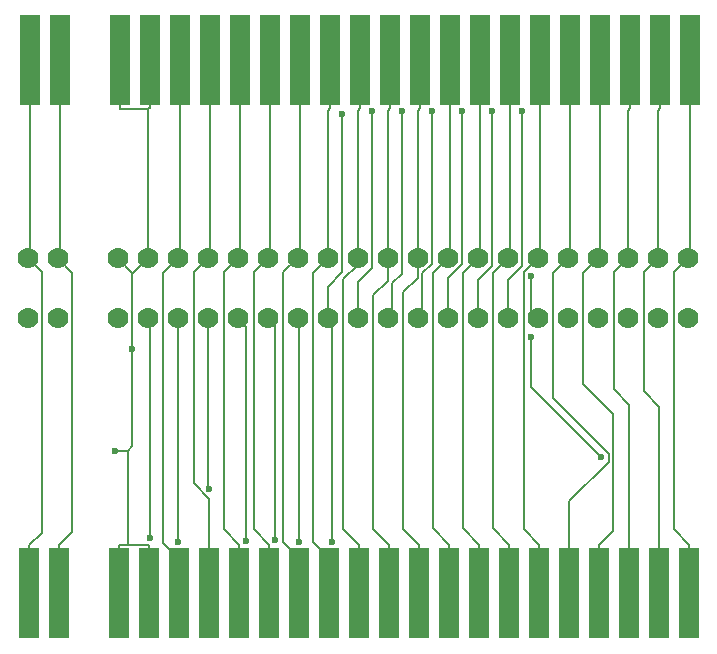
<source format=gbr>
%TF.GenerationSoftware,KiCad,Pcbnew,8.0.1*%
%TF.CreationDate,2024-04-15T14:43:49+02:00*%
%TF.ProjectId,zx81-bus-extender,7a783831-2d62-4757-932d-657874656e64,rev?*%
%TF.SameCoordinates,Original*%
%TF.FileFunction,Copper,L2,Bot*%
%TF.FilePolarity,Positive*%
%FSLAX46Y46*%
G04 Gerber Fmt 4.6, Leading zero omitted, Abs format (unit mm)*
G04 Created by KiCad (PCBNEW 8.0.1) date 2024-04-15 14:43:49*
%MOMM*%
%LPD*%
G01*
G04 APERTURE LIST*
%TA.AperFunction,ComponentPad*%
%ADD10C,1.778000*%
%TD*%
%TA.AperFunction,ConnectorPad*%
%ADD11R,1.778000X7.620000*%
%TD*%
%TA.AperFunction,ViaPad*%
%ADD12C,0.600000*%
%TD*%
%TA.AperFunction,Conductor*%
%ADD13C,0.200000*%
%TD*%
G04 APERTURE END LIST*
D10*
%TO.P,J2,A3,+5Vcc*%
%TO.N,5V*%
X83710000Y-107760000D03*
%TO.P,J2,A4,+9Vcc*%
%TO.N,9V*%
X86250000Y-107760000D03*
%TO.P,J2,A6,GND*%
%TO.N,GND*%
X91330000Y-107760000D03*
%TO.P,J2,A7,GND*%
X93870000Y-107760000D03*
%TO.P,J2,A8,CLOCK*%
%TO.N,CLK*%
X96410000Y-107760000D03*
%TO.P,J2,A9,A0*%
%TO.N,A0*%
X98950000Y-107760000D03*
%TO.P,J2,A10,A1*%
%TO.N,A1*%
X101490000Y-107760000D03*
%TO.P,J2,A11,A2*%
%TO.N,A2*%
X104030000Y-107760000D03*
%TO.P,J2,A12,A3*%
%TO.N,A3*%
X106570000Y-107760000D03*
%TO.P,J2,A13,A15*%
%TO.N,A15*%
X109110000Y-107760000D03*
%TO.P,J2,A14,A14*%
%TO.N,A14*%
X111650000Y-107760000D03*
%TO.P,J2,A15,A13*%
%TO.N,A13*%
X114190000Y-107760000D03*
%TO.P,J2,A16,A12*%
%TO.N,A12*%
X116730000Y-107760000D03*
%TO.P,J2,A17,A11*%
%TO.N,A11*%
X119270000Y-107760000D03*
%TO.P,J2,A18,A10*%
%TO.N,A10*%
X121810000Y-107760000D03*
%TO.P,J2,A19,A9*%
%TO.N,A9*%
X124350000Y-107760000D03*
%TO.P,J2,A20,A8*%
%TO.N,A8*%
X126890000Y-107760000D03*
%TO.P,J2,A21,A7*%
%TO.N,A7*%
X129430000Y-107760000D03*
%TO.P,J2,A22,A6*%
%TO.N,A6*%
X131970000Y-107760000D03*
%TO.P,J2,A23,A5*%
%TO.N,A5*%
X134510000Y-107760000D03*
%TO.P,J2,A24,A4*%
%TO.N,A4*%
X137050000Y-107760000D03*
%TO.P,J2,A25,~{ROMCS}*%
%TO.N,~{ROMCS}*%
X139590000Y-107760000D03*
%TO.P,J2,B3,D7*%
%TO.N,D7*%
X83710000Y-112840000D03*
%TO.P,J2,B4,~{RAMCS}*%
%TO.N,~{RAMCS}*%
X86250000Y-112840000D03*
%TO.P,J2,B6,D0*%
%TO.N,D0*%
X91330000Y-112840000D03*
%TO.P,J2,B7,D1*%
%TO.N,D1*%
X93870000Y-112840000D03*
%TO.P,J2,B8,D2*%
%TO.N,D2*%
X96410000Y-112840000D03*
%TO.P,J2,B9,D6*%
%TO.N,D6*%
X98950000Y-112840000D03*
%TO.P,J2,B10,D5*%
%TO.N,D5*%
X101490000Y-112840000D03*
%TO.P,J2,B11,D3*%
%TO.N,D3*%
X104030000Y-112840000D03*
%TO.P,J2,B12,D4*%
%TO.N,D4*%
X106570000Y-112840000D03*
%TO.P,J2,B13,~{INT}*%
%TO.N,~{INT}*%
X109110000Y-112840000D03*
%TO.P,J2,B14,~{NMI}*%
%TO.N,~{NMI}*%
X111650000Y-112840000D03*
%TO.P,J2,B15,~{HALT}*%
%TO.N,~{HALT}*%
X114190000Y-112840000D03*
%TO.P,J2,B16,~{MREQ}*%
%TO.N,~{MREQ}*%
X116730000Y-112840000D03*
%TO.P,J2,B17,~{IOREQ}*%
%TO.N,~{IOREQ}*%
X119270000Y-112840000D03*
%TO.P,J2,B18,~{RD}*%
%TO.N,~{RD}*%
X121810000Y-112840000D03*
%TO.P,J2,B19,~{WR}*%
%TO.N,~{WR}*%
X124350000Y-112840000D03*
%TO.P,J2,B20,~{BUSAC}*%
%TO.N,~{BUSAC}*%
X126890000Y-112840000D03*
%TO.P,J2,B21,~{WAIT}*%
%TO.N,~{WAIT}*%
X129430000Y-112840000D03*
%TO.P,J2,B22,~{BUSRQ}*%
%TO.N,~{BUSRQ}*%
X131970000Y-112840000D03*
%TO.P,J2,B23,~{RESET}*%
%TO.N,~{RESET}*%
X134510000Y-112840000D03*
%TO.P,J2,B24,~{M1}*%
%TO.N,~{M1}*%
X137050000Y-112840000D03*
%TO.P,J2,B25,~{RFSH}*%
%TO.N,~{RFSH}*%
X139590000Y-112840000D03*
%TD*%
D11*
%TO.P,J3,A3,+5Vcc*%
%TO.N,5V*%
X83889982Y-90970000D03*
%TO.P,J3,A4,+9Vcc*%
%TO.N,9V*%
X86429982Y-90970000D03*
%TO.P,J3,A6,GND*%
%TO.N,GND*%
X91509982Y-90970000D03*
%TO.P,J3,A7,GND*%
X94049982Y-90970000D03*
%TO.P,J3,A8,CLOCK*%
%TO.N,CLK*%
X96589982Y-90970000D03*
%TO.P,J3,A9,A0*%
%TO.N,A0*%
X99129982Y-90970000D03*
%TO.P,J3,A10,A1*%
%TO.N,A1*%
X101669982Y-90970000D03*
%TO.P,J3,A11,A2*%
%TO.N,A2*%
X104209982Y-90970000D03*
%TO.P,J3,A12,A3*%
%TO.N,A3*%
X106749982Y-90970000D03*
%TO.P,J3,A13,A15*%
%TO.N,A15*%
X109289982Y-90970000D03*
%TO.P,J3,A14,A14*%
%TO.N,A14*%
X111829982Y-90970000D03*
%TO.P,J3,A15,A13*%
%TO.N,A13*%
X114369982Y-90970000D03*
%TO.P,J3,A16,A12*%
%TO.N,A12*%
X116909982Y-90970000D03*
%TO.P,J3,A17,A11*%
%TO.N,A11*%
X119449982Y-90970000D03*
%TO.P,J3,A18,A10*%
%TO.N,A10*%
X121989982Y-90970000D03*
%TO.P,J3,A19,A9*%
%TO.N,A9*%
X124529982Y-90970000D03*
%TO.P,J3,A20,A8*%
%TO.N,A8*%
X127069982Y-90970000D03*
%TO.P,J3,A21,A7*%
%TO.N,A7*%
X129609982Y-90970000D03*
%TO.P,J3,A22,A6*%
%TO.N,A6*%
X132149982Y-90970000D03*
%TO.P,J3,A23,A5*%
%TO.N,A5*%
X134689982Y-90970000D03*
%TO.P,J3,A24,A4*%
%TO.N,A4*%
X137229982Y-90970000D03*
%TO.P,J3,A25,~{ROMCS}*%
%TO.N,~{ROMCS}*%
X139769982Y-90970000D03*
%TD*%
%TO.P,J1,A3,+5Vcc*%
%TO.N,5V*%
X83869982Y-136140000D03*
%TO.P,J1,A4,+9Vcc*%
%TO.N,9V*%
X86409982Y-136140000D03*
%TO.P,J1,A6,GND*%
%TO.N,GND*%
X91489982Y-136140000D03*
%TO.P,J1,A7,GND*%
X94029982Y-136140000D03*
%TO.P,J1,A8,CLOCK*%
%TO.N,CLK*%
X96569982Y-136140000D03*
%TO.P,J1,A9,A0*%
%TO.N,A0*%
X99109982Y-136140000D03*
%TO.P,J1,A10,A1*%
%TO.N,A1*%
X101649982Y-136140000D03*
%TO.P,J1,A11,A2*%
%TO.N,A2*%
X104189982Y-136140000D03*
%TO.P,J1,A12,A3*%
%TO.N,A3*%
X106729982Y-136140000D03*
%TO.P,J1,A13,A15*%
%TO.N,A15*%
X109269982Y-136140000D03*
%TO.P,J1,A14,A14*%
%TO.N,A14*%
X111809982Y-136140000D03*
%TO.P,J1,A15,A13*%
%TO.N,A13*%
X114349982Y-136140000D03*
%TO.P,J1,A16,A12*%
%TO.N,A12*%
X116889982Y-136140000D03*
%TO.P,J1,A17,A11*%
%TO.N,A11*%
X119429982Y-136140000D03*
%TO.P,J1,A18,A10*%
%TO.N,A10*%
X121969982Y-136140000D03*
%TO.P,J1,A19,A9*%
%TO.N,A9*%
X124509982Y-136140000D03*
%TO.P,J1,A20,A8*%
%TO.N,A8*%
X127049982Y-136140000D03*
%TO.P,J1,A21,A7*%
%TO.N,A7*%
X129589982Y-136140000D03*
%TO.P,J1,A22,A6*%
%TO.N,A6*%
X132129982Y-136140000D03*
%TO.P,J1,A23,A5*%
%TO.N,A5*%
X134669982Y-136140000D03*
%TO.P,J1,A24,A4*%
%TO.N,A4*%
X137209982Y-136140000D03*
%TO.P,J1,A25,~{ROMCS}*%
%TO.N,~{ROMCS}*%
X139749982Y-136140000D03*
%TD*%
D12*
%TO.N,~{HALT}*%
X115402800Y-95309400D03*
%TO.N,~{RD}*%
X123021000Y-95283300D03*
%TO.N,~{MREQ}*%
X117920700Y-95282700D03*
%TO.N,~{INT}*%
X109477500Y-131820800D03*
X110326500Y-95509700D03*
%TO.N,~{NMI}*%
X112869200Y-95300500D03*
%TO.N,~{BUSAC}*%
X126316400Y-109263800D03*
%TO.N,~{WR}*%
X125561000Y-95283300D03*
%TO.N,~{IOREQ}*%
X120478300Y-95288800D03*
%TO.N,5V*%
X126323100Y-114420400D03*
X132287600Y-124605100D03*
%TO.N,GND*%
X91075000Y-124067900D03*
X92554000Y-115431000D03*
%TO.N,D6*%
X99110000Y-127327500D03*
%TO.N,D2*%
X96410000Y-131824300D03*
%TO.N,D4*%
X106720000Y-131825900D03*
%TO.N,D1*%
X94068000Y-131410400D03*
%TO.N,D3*%
X104627600Y-131590700D03*
%TO.N,D5*%
X102207700Y-131727800D03*
%TD*%
D13*
%TO.N,9V*%
X86410000Y-136140000D02*
X86410000Y-132028300D01*
X86430000Y-107580000D02*
X86250000Y-107760000D01*
X86430000Y-90970000D02*
X86430000Y-107580000D01*
X87490700Y-130947600D02*
X86410000Y-132028300D01*
X87490700Y-109000700D02*
X87490700Y-130947600D01*
X86250000Y-107760000D02*
X87490700Y-109000700D01*
%TO.N,~{HALT}*%
X115402800Y-109065400D02*
X115402800Y-95309400D01*
X114591700Y-109876500D02*
X115402800Y-109065400D01*
X114591700Y-112438300D02*
X114591700Y-109876500D01*
X114190000Y-112840000D02*
X114591700Y-112438300D01*
%TO.N,~{RD}*%
X123021000Y-108424900D02*
X123021000Y-95283300D01*
X121810000Y-109635900D02*
X123021000Y-108424900D01*
X121810000Y-112840000D02*
X121810000Y-109635900D01*
%TO.N,~{MREQ}*%
X117920700Y-108253300D02*
X117920700Y-95282700D01*
X117131700Y-109042300D02*
X117920700Y-108253300D01*
X117131700Y-112438300D02*
X117131700Y-109042300D01*
X116730000Y-112840000D02*
X117131700Y-112438300D01*
%TO.N,CLK*%
X96590000Y-107580000D02*
X96410000Y-107760000D01*
X96590000Y-90970000D02*
X96590000Y-107580000D01*
X96570000Y-133231800D02*
X96570000Y-136140000D01*
X95197000Y-131858800D02*
X96570000Y-133231800D01*
X95197000Y-108973000D02*
X95197000Y-131858800D01*
X96410000Y-107760000D02*
X95197000Y-108973000D01*
%TO.N,~{INT}*%
X109477500Y-113207500D02*
X109477500Y-131820800D01*
X109110000Y-112840000D02*
X109477500Y-113207500D01*
X110326500Y-108942100D02*
X110326500Y-95509700D01*
X109110000Y-110158600D02*
X110326500Y-108942100D01*
X109110000Y-112840000D02*
X109110000Y-110158600D01*
%TO.N,~{NMI}*%
X112869200Y-108558900D02*
X112869200Y-95300500D01*
X111650000Y-109778100D02*
X112869200Y-108558900D01*
X111650000Y-112840000D02*
X111650000Y-109778100D01*
%TO.N,~{BUSAC}*%
X126316400Y-112266400D02*
X126316400Y-109263800D01*
X126890000Y-112840000D02*
X126316400Y-112266400D01*
%TO.N,~{WR}*%
X125561000Y-108424900D02*
X125561000Y-95283300D01*
X124350000Y-109635900D02*
X125561000Y-108424900D01*
X124350000Y-112840000D02*
X124350000Y-109635900D01*
%TO.N,~{IOREQ}*%
X120478300Y-108235700D02*
X120478300Y-95288800D01*
X119270000Y-109444000D02*
X120478300Y-108235700D01*
X119270000Y-112840000D02*
X119270000Y-109444000D01*
%TO.N,~{ROMCS}*%
X139750000Y-136140000D02*
X139750000Y-132028300D01*
X138399300Y-108950700D02*
X139590000Y-107760000D01*
X138399300Y-130677600D02*
X138399300Y-108950700D01*
X139750000Y-132028300D02*
X138399300Y-130677600D01*
X139770000Y-107580000D02*
X139770000Y-90970000D01*
X139590000Y-107760000D02*
X139770000Y-107580000D01*
%TO.N,5V*%
X83890000Y-107580000D02*
X83890000Y-90970000D01*
X83710000Y-107760000D02*
X83890000Y-107580000D01*
X84910600Y-108960600D02*
X83710000Y-107760000D01*
X84910600Y-130987700D02*
X84910600Y-108960600D01*
X83870000Y-132028300D02*
X84910600Y-130987700D01*
X83870000Y-136140000D02*
X83870000Y-132028300D01*
X126323100Y-118640600D02*
X132287600Y-124605100D01*
X126323100Y-114420400D02*
X126323100Y-118640600D01*
%TO.N,GND*%
X93870000Y-107760000D02*
X93870000Y-95136700D01*
X93925000Y-95081700D02*
X93870000Y-95136700D01*
X94050000Y-95081700D02*
X93925000Y-95081700D01*
X91565000Y-95136700D02*
X91510000Y-95081700D01*
X93870000Y-95136700D02*
X91565000Y-95136700D01*
X91510000Y-90970000D02*
X91510000Y-95081700D01*
X94050000Y-90970000D02*
X94050000Y-95081700D01*
X94030000Y-136140000D02*
X94030000Y-132028300D01*
X91490000Y-136140000D02*
X91490000Y-132028300D01*
X94030000Y-132028300D02*
X92187300Y-132028300D01*
X92187300Y-132028300D02*
X91490000Y-132028300D01*
X91075000Y-124067900D02*
X92187300Y-124067900D01*
X92187300Y-124067900D02*
X92187300Y-132028300D01*
X92646000Y-108984000D02*
X92554000Y-108984000D01*
X93870000Y-107760000D02*
X92646000Y-108984000D01*
X92554000Y-108984000D02*
X91330000Y-107760000D01*
X92554000Y-123701200D02*
X92554000Y-115431000D01*
X92187300Y-124067900D02*
X92554000Y-123701200D01*
X92554000Y-115431000D02*
X92554000Y-108984000D01*
%TO.N,A11*%
X119450000Y-107580000D02*
X119270000Y-107760000D01*
X119450000Y-90970000D02*
X119450000Y-107580000D01*
X118000000Y-109030000D02*
X119270000Y-107760000D01*
X118000000Y-130598300D02*
X118000000Y-109030000D01*
X119430000Y-132028300D02*
X118000000Y-130598300D01*
X119430000Y-136140000D02*
X119430000Y-132028300D01*
%TO.N,A13*%
X114370000Y-90970000D02*
X114370000Y-95081700D01*
X114190000Y-95261700D02*
X114370000Y-95081700D01*
X114190000Y-107760000D02*
X114190000Y-95261700D01*
X114190000Y-109712300D02*
X114190000Y-107760000D01*
X112988700Y-110913600D02*
X114190000Y-109712300D01*
X112988700Y-130667000D02*
X112988700Y-110913600D01*
X114350000Y-132028300D02*
X112988700Y-130667000D01*
X114350000Y-136140000D02*
X114350000Y-132028300D01*
%TO.N,A0*%
X99130000Y-107580000D02*
X98950000Y-107760000D01*
X99130000Y-90970000D02*
X99130000Y-107580000D01*
X99110000Y-128182900D02*
X99110000Y-136140000D01*
X97759300Y-126832200D02*
X99110000Y-128182900D01*
X97759300Y-108950700D02*
X97759300Y-126832200D01*
X98950000Y-107760000D02*
X97759300Y-108950700D01*
%TO.N,A2*%
X104210000Y-107580000D02*
X104030000Y-107760000D01*
X104210000Y-90970000D02*
X104210000Y-107580000D01*
X102839300Y-130677600D02*
X104190000Y-132028300D01*
X102839300Y-108950700D02*
X102839300Y-130677600D01*
X104030000Y-107760000D02*
X102839300Y-108950700D01*
X104190000Y-136140000D02*
X104190000Y-132028300D01*
%TO.N,A12*%
X116890000Y-136140000D02*
X116890000Y-132028300D01*
X116730000Y-95261700D02*
X116910000Y-95081700D01*
X116730000Y-107760000D02*
X116730000Y-95261700D01*
X116910000Y-90970000D02*
X116910000Y-95081700D01*
X116730000Y-109446100D02*
X116730000Y-107760000D01*
X115529800Y-110646300D02*
X116730000Y-109446100D01*
X115529800Y-130668100D02*
X115529800Y-110646300D01*
X116890000Y-132028300D02*
X115529800Y-130668100D01*
%TO.N,A14*%
X111810000Y-136140000D02*
X111810000Y-132028300D01*
X111650000Y-108328000D02*
X111650000Y-107760000D01*
X110454900Y-109523100D02*
X111650000Y-108328000D01*
X110454900Y-130673200D02*
X110454900Y-109523100D01*
X111810000Y-132028300D02*
X110454900Y-130673200D01*
X111650000Y-95261700D02*
X111830000Y-95081700D01*
X111650000Y-107760000D02*
X111650000Y-95261700D01*
X111830000Y-90970000D02*
X111830000Y-95081700D01*
%TO.N,A7*%
X129610000Y-107580000D02*
X129430000Y-107760000D01*
X129610000Y-90970000D02*
X129610000Y-107580000D01*
X128160000Y-109030000D02*
X129430000Y-107760000D01*
X128160000Y-119566300D02*
X128160000Y-109030000D01*
X132897200Y-124303500D02*
X128160000Y-119566300D01*
X132897200Y-125019300D02*
X132897200Y-124303500D01*
X129590000Y-128326500D02*
X132897200Y-125019300D01*
X129590000Y-136140000D02*
X129590000Y-128326500D01*
%TO.N,A4*%
X137230000Y-90970000D02*
X137230000Y-95081700D01*
X137050000Y-95261700D02*
X137050000Y-107760000D01*
X137230000Y-95081700D02*
X137050000Y-95261700D01*
X137210000Y-120322400D02*
X137210000Y-136140000D01*
X135859300Y-118971700D02*
X137210000Y-120322400D01*
X135859300Y-108950700D02*
X135859300Y-118971700D01*
X137050000Y-107760000D02*
X135859300Y-108950700D01*
%TO.N,A5*%
X134690000Y-90970000D02*
X134690000Y-95081700D01*
X134510000Y-95261700D02*
X134510000Y-107760000D01*
X134690000Y-95081700D02*
X134510000Y-95261700D01*
X134670000Y-120226300D02*
X134670000Y-136140000D01*
X133319300Y-118875600D02*
X134670000Y-120226300D01*
X133319300Y-108950700D02*
X133319300Y-118875600D01*
X134510000Y-107760000D02*
X133319300Y-108950700D01*
%TO.N,A15*%
X109290000Y-90970000D02*
X109290000Y-95081700D01*
X107896400Y-108973600D02*
X109110000Y-107760000D01*
X107896400Y-131804500D02*
X107896400Y-108973600D01*
X109270000Y-133178100D02*
X107896400Y-131804500D01*
X109270000Y-136140000D02*
X109270000Y-133178100D01*
X109110000Y-95261700D02*
X109110000Y-107760000D01*
X109290000Y-95081700D02*
X109110000Y-95261700D01*
%TO.N,A3*%
X106750000Y-107580000D02*
X106570000Y-107760000D01*
X106750000Y-90970000D02*
X106750000Y-107580000D01*
X106730000Y-133111300D02*
X106730000Y-136140000D01*
X105372700Y-131754000D02*
X106730000Y-133111300D01*
X105372700Y-108957300D02*
X105372700Y-131754000D01*
X106570000Y-107760000D02*
X105372700Y-108957300D01*
%TO.N,A1*%
X101670000Y-107580000D02*
X101490000Y-107760000D01*
X101670000Y-90970000D02*
X101670000Y-107580000D01*
X100299000Y-130677300D02*
X101650000Y-132028300D01*
X100299000Y-108951000D02*
X100299000Y-130677300D01*
X101490000Y-107760000D02*
X100299000Y-108951000D01*
X101650000Y-136140000D02*
X101650000Y-132028300D01*
%TO.N,A10*%
X121970000Y-136140000D02*
X121970000Y-132028300D01*
X120540000Y-109030000D02*
X121810000Y-107760000D01*
X120540000Y-130598300D02*
X120540000Y-109030000D01*
X121970000Y-132028300D02*
X120540000Y-130598300D01*
X121990000Y-107580000D02*
X121990000Y-90970000D01*
X121810000Y-107760000D02*
X121990000Y-107580000D01*
%TO.N,A9*%
X124530000Y-107580000D02*
X124350000Y-107760000D01*
X124530000Y-90970000D02*
X124530000Y-107580000D01*
X123080000Y-109030000D02*
X124350000Y-107760000D01*
X123080000Y-130598300D02*
X123080000Y-109030000D01*
X124510000Y-132028300D02*
X123080000Y-130598300D01*
X124510000Y-136140000D02*
X124510000Y-132028300D01*
%TO.N,A8*%
X127070000Y-107580000D02*
X126890000Y-107760000D01*
X127070000Y-90970000D02*
X127070000Y-107580000D01*
X127050000Y-136140000D02*
X127050000Y-132028300D01*
X125699300Y-108950700D02*
X126890000Y-107760000D01*
X125699300Y-130677600D02*
X125699300Y-108950700D01*
X127050000Y-132028300D02*
X125699300Y-130677600D01*
%TO.N,A6*%
X132150000Y-107580000D02*
X131970000Y-107760000D01*
X132150000Y-90970000D02*
X132150000Y-107580000D01*
X132130000Y-136140000D02*
X132130000Y-132028300D01*
X130700000Y-109030000D02*
X131970000Y-107760000D01*
X130700000Y-118377100D02*
X130700000Y-109030000D01*
X133298900Y-120976000D02*
X130700000Y-118377100D01*
X133298900Y-130859400D02*
X133298900Y-120976000D01*
X132130000Y-132028300D02*
X133298900Y-130859400D01*
%TO.N,D6*%
X98950000Y-127167500D02*
X99110000Y-127327500D01*
X98950000Y-112840000D02*
X98950000Y-127167500D01*
%TO.N,D2*%
X96410000Y-112840000D02*
X96410000Y-131824300D01*
%TO.N,D4*%
X106720000Y-112990000D02*
X106720000Y-131825900D01*
X106570000Y-112840000D02*
X106720000Y-112990000D01*
%TO.N,D1*%
X94068000Y-113038000D02*
X94068000Y-131410400D01*
X93870000Y-112840000D02*
X94068000Y-113038000D01*
%TO.N,D3*%
X104627600Y-113437600D02*
X104627600Y-131590700D01*
X104030000Y-112840000D02*
X104627600Y-113437600D01*
%TO.N,D5*%
X102207700Y-113557700D02*
X102207700Y-131727800D01*
X101490000Y-112840000D02*
X102207700Y-113557700D01*
%TD*%
M02*

</source>
